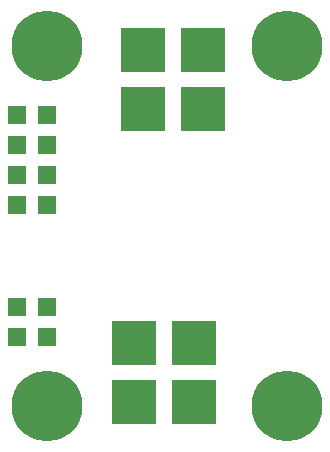
<source format=gbr>
G04 #@! TF.FileFunction,Soldermask,Top*
%FSLAX46Y46*%
G04 Gerber Fmt 4.6, Leading zero omitted, Abs format (unit mm)*
G04 Created by KiCad (PCBNEW (2015-05-13 BZR 5653)-product) date 3. 12. 2015 7:34:25*
%MOMM*%
G01*
G04 APERTURE LIST*
%ADD10C,0.300000*%
%ADD11R,1.524000X1.524000*%
%ADD12R,3.810000X3.810000*%
%ADD13C,6.000000*%
G04 APERTURE END LIST*
D10*
D11*
X5080000Y10922000D03*
X2540000Y10922000D03*
X5080000Y13462000D03*
X2540000Y13462000D03*
D12*
X12446000Y5414000D03*
X12446000Y10414000D03*
X17526000Y5414000D03*
X17526000Y10414000D03*
D11*
X2540000Y29718000D03*
X5080000Y29718000D03*
X2540000Y27178000D03*
X5080000Y27178000D03*
X2540000Y24638000D03*
X5080000Y24638000D03*
X2540000Y22098000D03*
X5080000Y22098000D03*
D12*
X18288000Y35226000D03*
X18288000Y30226000D03*
X13208000Y35226000D03*
X13208000Y30226000D03*
D13*
X25380000Y5080000D03*
X25380000Y35560000D03*
X5080000Y35560000D03*
X5080000Y5080000D03*
M02*

</source>
